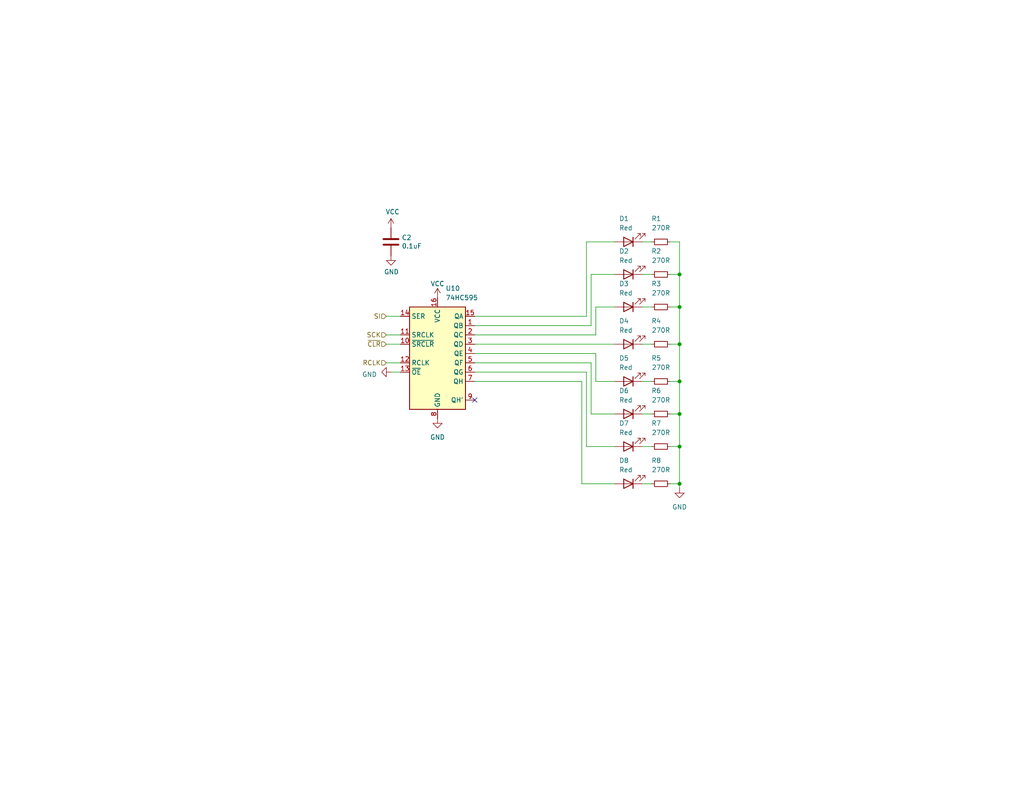
<source format=kicad_sch>
(kicad_sch (version 20250114) (generator "eeschema") (generator_version "9.0")
  (paper "USLetter")
  (title_block (date "2023-11-27") (rev "A"))
  (lib_symbols
    (symbol "Device:C" (pin_numbers (hide yes)) (pin_names (offset 0.254))
      (property "Reference" "C" (at 0.635 2.54 0))
      (property "Value" "C" (at 0.635 -2.54 0))
      (symbol "C_0_1"
        (polyline (pts (xy -2.032 0.762) (xy 2.032 0.762)) (stroke (width 0.508)))
        (polyline (pts (xy -2.032 -0.762) (xy 2.032 -0.762)) (stroke (width 0.508)))
      )
      (symbol "C_1_1"
        (pin passive line (at 0 3.81 270) (length 2.794) (name "~") (number "1"))
        (pin passive line (at 0 -3.81 90) (length 2.794) (name "~") (number "2"))
      )
    )
    (symbol "Device:LED" (pin_numbers (hide yes)) (pin_names (offset 1.016) (hide yes))
      (property "Reference" "D" (at 0 2.54 0))
      (property "Value" "LED" (at 0 -2.54 0))
      (symbol "LED_0_1"
        (polyline (pts (xy -3.048 -0.762) (xy -4.572 -2.286) (xy -3.81 -2.286) (xy -4.572 -2.286) (xy -4.572 -1.524)))
        (polyline (pts (xy -1.778 -0.762) (xy -3.302 -2.286) (xy -2.54 -2.286) (xy -3.302 -2.286) (xy -3.302 -1.524)))
        (polyline (pts (xy -1.27 0) (xy 1.27 0)))
        (polyline (pts (xy -1.27 -1.27) (xy -1.27 1.27)) (stroke (width 0.254)))
        (polyline (pts (xy 1.27 -1.27) (xy 1.27 1.27) (xy -1.27 0) (xy 1.27 -1.27)) (stroke (width 0.254)))
      )
      (symbol "LED_1_1"
        (pin passive line (at -3.81 0 0) (length 2.54) (name "K") (number "1"))
        (pin passive line (at 3.81 0 180) (length 2.54) (name "A") (number "2"))
      )
    )
    (symbol "Device:R_Small" (pin_numbers (hide yes)) (pin_names (offset 0.254) (hide yes))
      (property "Reference" "R" (at 0.762 0.508 0))
      (property "Value" "R_Small" (at 0.762 -1.016 0))
      (symbol "R_Small_0_1"
        (rectangle (start -0.762 1.778) (end 0.762 -1.778) (stroke (width 0.2032)))
      )
      (symbol "R_Small_1_1"
        (pin passive line (at 0 2.54 270) (length 0.762) (name "~") (number "1"))
        (pin passive line (at 0 -2.54 90) (length 0.762) (name "~") (number "2"))
      )
    )
    (symbol "Turtle16:74HC595"
      (property "Reference" "U" (at -7.62 13.97 0))
      (property "Value" "74HC595" (at -7.62 -16.51 0))
      (symbol "74HC595_1_0"
        (pin input line (at -10.16 10.16 0) (length 2.54) (name "SER") (number "14"))
        (pin input line (at -10.16 5.08 0) (length 2.54) (name "SRCLK") (number "11"))
        (pin input line (at -10.16 2.54 0) (length 2.54) (name "~{SRCLR}") (number "10"))
        (pin input line (at -10.16 -2.54 0) (length 2.54) (name "RCLK") (number "12"))
        (pin input line (at -10.16 -5.08 0) (length 2.54) (name "~{OE}") (number "13"))
        (pin power_in line (at 0 15.24 270) (length 2.54) (name "VCC") (number "16"))
        (pin power_in line (at 0 -17.78 90) (length 2.54) (name "GND") (number "8"))
        (pin tri_state line (at 10.16 10.16 180) (length 2.54) (name "QA") (number "15"))
        (pin tri_state line (at 10.16 7.62 180) (length 2.54) (name "QB") (number "1"))
        (pin tri_state line (at 10.16 5.08 180) (length 2.54) (name "QC") (number "2"))
        (pin tri_state line (at 10.16 2.54 180) (length 2.54) (name "QD") (number "3"))
        (pin tri_state line (at 10.16 0 180) (length 2.54) (name "QE") (number "4"))
        (pin tri_state line (at 10.16 -2.54 180) (length 2.54) (name "QF") (number "5"))
        (pin tri_state line (at 10.16 -5.08 180) (length 2.54) (name "QG") (number "6"))
        (pin tri_state line (at 10.16 -7.62 180) (length 2.54) (name "QH") (number "7"))
        (pin output line (at 10.16 -12.7 180) (length 2.54) (name "QH'") (number "9"))
      )
      (symbol "74HC595_1_1"
        (rectangle (start -7.62 12.7) (end 7.62 -15.24) (stroke (width 0.254)) (fill (type background)))
      )
    )
    (symbol "power:GND" (power) (pin_names (offset 0))
      (property "Value" "GND" (at 0 -3.81 0))
      (symbol "GND_0_1"
        (polyline (pts (xy 0 0) (xy 0 -1.27) (xy 1.27 -1.27) (xy 0 -2.54) (xy -1.27 -1.27) (xy 0 -1.27)))
      )
      (symbol "GND_1_1"
        (pin power_in line (at 0 0 270) (length 0) (hide yes) (name "GND") (number "1"))
      )
    )
    (symbol "power:VCC" (power) (pin_names (offset 0))
      (property "Value" "VCC" (at 0 3.81 0))
      (symbol "VCC_0_1"
        (polyline (pts (xy -0.762 1.27) (xy 0 2.54)))
        (polyline (pts (xy 0 2.54) (xy 0.762 1.27)))
        (polyline (pts (xy 0 0) (xy 0 2.54)))
      )
      (symbol "VCC_1_1"
        (pin power_in line (at 0 0 90) (length 0) (hide yes) (name "VCC") (number "1"))
      )
    )
  )
  (junction (at 185.42 113.03))
  (junction (at 185.42 74.93))
  (junction (at 185.42 121.92))
  (junction (at 185.42 93.98))
  (junction (at 185.42 104.14))
  (junction (at 185.42 83.82))
  (junction (at 185.42 132.08))
  (no_connect (at 129.54 109.22))
  (wire (pts (xy 160.02 66.04) (xy 160.02 86.36)))
  (wire (pts (xy 185.42 83.82) (xy 185.42 93.98)))
  (wire (pts (xy 105.41 91.44) (xy 109.22 91.44)))
  (wire (pts (xy 182.88 113.03) (xy 185.42 113.03)))
  (wire (pts (xy 185.42 113.03) (xy 185.42 121.92)))
  (wire (pts (xy 185.42 104.14) (xy 185.42 113.03)))
  (wire (pts (xy 175.26 93.98) (xy 177.8 93.98)))
  (wire (pts (xy 161.29 113.03) (xy 167.64 113.03)))
  (wire (pts (xy 162.56 96.52) (xy 162.56 104.14)))
  (wire (pts (xy 175.26 104.14) (xy 177.8 104.14)))
  (wire (pts (xy 161.29 99.06) (xy 161.29 113.03)))
  (wire (pts (xy 182.88 66.04) (xy 185.42 66.04)))
  (wire (pts (xy 158.75 132.08) (xy 167.64 132.08)))
  (wire (pts (xy 160.02 66.04) (xy 167.64 66.04)))
  (wire (pts (xy 106.68 101.6) (xy 109.22 101.6)))
  (wire (pts (xy 160.02 86.36) (xy 129.54 86.36)))
  (wire (pts (xy 129.54 99.06) (xy 161.29 99.06)))
  (wire (pts (xy 105.41 86.36) (xy 109.22 86.36)))
  (wire (pts (xy 160.02 121.92) (xy 167.64 121.92)))
  (wire (pts (xy 185.42 66.04) (xy 185.42 74.93)))
  (wire (pts (xy 182.88 132.08) (xy 185.42 132.08)))
  (wire (pts (xy 105.41 93.98) (xy 109.22 93.98)))
  (wire (pts (xy 167.64 74.93) (xy 161.29 74.93)))
  (wire (pts (xy 129.54 101.6) (xy 160.02 101.6)))
  (wire (pts (xy 185.42 93.98) (xy 185.42 104.14)))
  (wire (pts (xy 175.26 121.92) (xy 177.8 121.92)))
  (wire (pts (xy 160.02 101.6) (xy 160.02 121.92)))
  (wire (pts (xy 105.41 99.06) (xy 109.22 99.06)))
  (wire (pts (xy 167.64 83.82) (xy 162.56 83.82)))
  (wire (pts (xy 175.26 113.03) (xy 177.8 113.03)))
  (wire (pts (xy 175.26 132.08) (xy 177.8 132.08)))
  (wire (pts (xy 162.56 104.14) (xy 167.64 104.14)))
  (wire (pts (xy 182.88 83.82) (xy 185.42 83.82)))
  (wire (pts (xy 129.54 88.9) (xy 161.29 88.9)))
  (wire (pts (xy 185.42 74.93) (xy 185.42 83.82)))
  (wire (pts (xy 129.54 93.98) (xy 167.64 93.98)))
  (wire (pts (xy 182.88 74.93) (xy 185.42 74.93)))
  (wire (pts (xy 129.54 91.44) (xy 162.56 91.44)))
  (wire (pts (xy 129.54 104.14) (xy 158.75 104.14)))
  (wire (pts (xy 175.26 74.93) (xy 177.8 74.93)))
  (wire (pts (xy 158.75 104.14) (xy 158.75 132.08)))
  (wire (pts (xy 185.42 121.92) (xy 185.42 132.08)))
  (wire (pts (xy 162.56 91.44) (xy 162.56 83.82)))
  (wire (pts (xy 129.54 96.52) (xy 162.56 96.52)))
  (wire (pts (xy 182.88 104.14) (xy 185.42 104.14)))
  (wire (pts (xy 175.26 66.04) (xy 177.8 66.04)))
  (wire (pts (xy 161.29 74.93) (xy 161.29 88.9)))
  (wire (pts (xy 182.88 93.98) (xy 185.42 93.98)))
  (wire (pts (xy 175.26 83.82) (xy 177.8 83.82)))
  (wire (pts (xy 182.88 121.92) (xy 185.42 121.92)))
  (wire (pts (xy 185.42 132.08) (xy 185.42 133.35)))
  (hierarchical_label "~{CLR}" (shape input) (at 105.41 93.98 180))
  (hierarchical_label "SCK" (shape input) (at 105.41 91.44 180))
  (hierarchical_label "SI" (shape input) (at 105.41 86.36 180))
  (hierarchical_label "RCLK" (shape input) (at 105.41 99.06 180))
  (symbol (lib_id "Device:LED") (at 171.45 132.08 180) (unit 1)
    (property "Reference" "D8" (at 168.91 125.73 0) (effects (justify right)))
    (property "Value" "Red" (at 168.91 128.27 0) (effects (justify right)))
    (property "Footprint" "LED_SMD:LED_0805_2012Metric" (effects (hide yes)))
    (property "Datasheet" "https://www.mouser.com/datasheet/2/216/ap2012serieskb-1173158.pdf" (effects (hide yes)))
    (property "Manufacturer" "Kingbright" (effects (hide yes)))
    (property "Manufacturer#" "AP2012ID" (effects (hide yes)))
    (property "Mouser#" "604-AP2012ID" (effects (hide yes)))
    (property "Digikey#" "754-AP2012ECCT-ND" (effects (hide yes)))
  )
  (symbol (lib_id "Device:R_Small") (at 180.34 132.08 90) (unit 1)
    (property "Reference" "R8" (at 179.07 125.73 90))
    (property "Value" "270R" (at 180.34 128.27 90))
    (property "Footprint" "Resistor_SMD:R_0603_1608Metric" (effects (hide yes)))
    (property "Datasheet" "https://www.mouser.com/datasheet/2/54/cr-1858361.pdf" (effects (hide yes)))
    (property "Manufacturer" "Bourns" (effects (hide yes)))
    (property "Manufacturer#" "CR0603-FX-2700ELF" (effects (hide yes)))
    (property "Mouser#" "652-CR0603FX-2700ELF" (effects (hide yes)))
    (property "Digikey#" "CR0603-FX-2700ELFCT-ND" (effects (hide yes)))
  )
  (symbol (lib_id "Device:LED") (at 171.45 113.03 180) (unit 1)
    (property "Reference" "D6" (at 168.91 106.68 0) (effects (justify right)))
    (property "Value" "Red" (at 168.91 109.22 0) (effects (justify right)))
    (property "Footprint" "LED_SMD:LED_0805_2012Metric" (effects (hide yes)))
    (property "Datasheet" "https://www.mouser.com/datasheet/2/216/ap2012serieskb-1173158.pdf" (effects (hide yes)))
    (property "Manufacturer" "Kingbright" (effects (hide yes)))
    (property "Manufacturer#" "AP2012ID" (effects (hide yes)))
    (property "Mouser#" "604-AP2012ID" (effects (hide yes)))
    (property "Digikey#" "754-AP2012ECCT-ND" (effects (hide yes)))
  )
  (symbol (lib_id "power:GND") (at 185.42 133.35 0) (unit 1)
    (property "Reference" "#PWR015" (effects (hide yes)))
    (property "Value" "GND" (at 185.42 138.43 0))
  )
  (symbol (lib_id "Device:R_Small") (at 180.34 74.93 90) (unit 1)
    (property "Reference" "R2" (at 179.07 68.58 90))
    (property "Value" "270R" (at 180.34 71.12 90))
    (property "Footprint" "Resistor_SMD:R_0603_1608Metric" (effects (hide yes)))
    (property "Datasheet" "https://www.mouser.com/datasheet/2/54/cr-1858361.pdf" (effects (hide yes)))
    (property "Manufacturer" "Bourns" (effects (hide yes)))
    (property "Manufacturer#" "CR0603-FX-2700ELF" (effects (hide yes)))
    (property "Mouser#" "652-CR0603FX-2700ELF" (effects (hide yes)))
    (property "Digikey#" "CR0603-FX-2700ELFCT-ND" (effects (hide yes)))
  )
  (symbol (lib_id "power:VCC") (at 106.68 62.23 0) (unit 1)
    (property "Reference" "#PWR010" (effects (hide yes)))
    (property "Value" "VCC" (at 107.1118 57.8358 0))
    (instances (project "ProcessorBoardTestFixture" (path "" (reference "#PWR010") (unit 1))) (project "Memory" (path "" (reference "#PWR0381") (unit 1))))
  )
  (symbol (lib_id "Device:R_Small") (at 180.34 93.98 90) (unit 1)
    (property "Reference" "R4" (at 179.07 87.63 90))
    (property "Value" "270R" (at 180.34 90.17 90))
    (property "Footprint" "Resistor_SMD:R_0603_1608Metric" (effects (hide yes)))
    (property "Datasheet" "https://www.mouser.com/datasheet/2/54/cr-1858361.pdf" (effects (hide yes)))
    (property "Manufacturer" "Bourns" (effects (hide yes)))
    (property "Manufacturer#" "CR0603-FX-2700ELF" (effects (hide yes)))
    (property "Mouser#" "652-CR0603FX-2700ELF" (effects (hide yes)))
    (property "Digikey#" "CR0603-FX-2700ELFCT-ND" (effects (hide yes)))
  )
  (symbol (lib_id "Device:R_Small") (at 180.34 66.04 90) (unit 1)
    (property "Reference" "R1" (at 179.07 59.69 90))
    (property "Value" "270R" (at 180.34 62.23 90))
    (property "Footprint" "Resistor_SMD:R_0603_1608Metric" (effects (hide yes)))
    (property "Datasheet" "https://www.mouser.com/datasheet/2/54/cr-1858361.pdf" (effects (hide yes)))
    (property "Manufacturer" "Bourns" (effects (hide yes)))
    (property "Manufacturer#" "CR0603-FX-2700ELF" (effects (hide yes)))
    (property "Mouser#" "652-CR0603FX-2700ELF" (effects (hide yes)))
    (property "Digikey#" "CR0603-FX-2700ELFCT-ND" (effects (hide yes)))
  )
  (symbol (lib_id "Device:LED") (at 171.45 93.98 180) (unit 1)
    (property "Reference" "D4" (at 168.91 87.63 0) (effects (justify right)))
    (property "Value" "Red" (at 168.91 90.17 0) (effects (justify right)))
    (property "Footprint" "LED_SMD:LED_0805_2012Metric" (effects (hide yes)))
    (property "Datasheet" "https://www.mouser.com/datasheet/2/216/ap2012serieskb-1173158.pdf" (effects (hide yes)))
    (property "Manufacturer" "Kingbright" (effects (hide yes)))
    (property "Manufacturer#" "AP2012ID" (effects (hide yes)))
    (property "Mouser#" "604-AP2012ID" (effects (hide yes)))
    (property "Digikey#" "754-AP2012ECCT-ND" (effects (hide yes)))
  )
  (symbol (lib_id "Device:LED") (at 171.45 104.14 180) (unit 1)
    (property "Reference" "D5" (at 168.91 97.79 0) (effects (justify right)))
    (property "Value" "Red" (at 168.91 100.33 0) (effects (justify right)))
    (property "Footprint" "LED_SMD:LED_0805_2012Metric" (effects (hide yes)))
    (property "Datasheet" "https://www.mouser.com/datasheet/2/216/ap2012serieskb-1173158.pdf" (effects (hide yes)))
    (property "Manufacturer" "Kingbright" (effects (hide yes)))
    (property "Manufacturer#" "AP2012ID" (effects (hide yes)))
    (property "Mouser#" "604-AP2012ID" (effects (hide yes)))
    (property "Digikey#" "754-AP2012ECCT-ND" (effects (hide yes)))
  )
  (symbol (lib_id "Device:LED") (at 171.45 74.93 180) (unit 1)
    (property "Reference" "D2" (at 168.91 68.58 0) (effects (justify right)))
    (property "Value" "Red" (at 168.91 71.12 0) (effects (justify right)))
    (property "Footprint" "LED_SMD:LED_0805_2012Metric" (effects (hide yes)))
    (property "Datasheet" "https://www.mouser.com/datasheet/2/216/ap2012serieskb-1173158.pdf" (effects (hide yes)))
    (property "Manufacturer" "Kingbright" (effects (hide yes)))
    (property "Manufacturer#" "AP2012ID" (effects (hide yes)))
    (property "Mouser#" "604-AP2012ID" (effects (hide yes)))
    (property "Digikey#" "754-AP2012ECCT-ND" (effects (hide yes)))
  )
  (symbol (lib_id "Device:R_Small") (at 180.34 83.82 90) (unit 1)
    (property "Reference" "R3" (at 179.07 77.47 90))
    (property "Value" "270R" (at 180.34 80.01 90))
    (property "Footprint" "Resistor_SMD:R_0603_1608Metric" (effects (hide yes)))
    (property "Datasheet" "https://www.mouser.com/datasheet/2/54/cr-1858361.pdf" (effects (hide yes)))
    (property "Manufacturer" "Bourns" (effects (hide yes)))
    (property "Manufacturer#" "CR0603-FX-2700ELF" (effects (hide yes)))
    (property "Mouser#" "652-CR0603FX-2700ELF" (effects (hide yes)))
    (property "Digikey#" "CR0603-FX-2700ELFCT-ND" (effects (hide yes)))
  )
  (symbol (lib_id "Device:LED") (at 171.45 121.92 180) (unit 1)
    (property "Reference" "D7" (at 168.91 115.57 0) (effects (justify right)))
    (property "Value" "Red" (at 168.91 118.11 0) (effects (justify right)))
    (property "Footprint" "LED_SMD:LED_0805_2012Metric" (effects (hide yes)))
    (property "Datasheet" "https://www.mouser.com/datasheet/2/216/ap2012serieskb-1173158.pdf" (effects (hide yes)))
    (property "Manufacturer" "Kingbright" (effects (hide yes)))
    (property "Manufacturer#" "AP2012ID" (effects (hide yes)))
    (property "Mouser#" "604-AP2012ID" (effects (hide yes)))
    (property "Digikey#" "754-AP2012ECCT-ND" (effects (hide yes)))
  )
  (symbol (lib_id "Device:R_Small") (at 180.34 113.03 90) (unit 1)
    (property "Reference" "R6" (at 179.07 106.68 90))
    (property "Value" "270R" (at 180.34 109.22 90))
    (property "Footprint" "Resistor_SMD:R_0603_1608Metric" (effects (hide yes)))
    (property "Datasheet" "https://www.mouser.com/datasheet/2/54/cr-1858361.pdf" (effects (hide yes)))
    (property "Manufacturer" "Bourns" (effects (hide yes)))
    (property "Manufacturer#" "CR0603-FX-2700ELF" (effects (hide yes)))
    (property "Mouser#" "652-CR0603FX-2700ELF" (effects (hide yes)))
    (property "Digikey#" "CR0603-FX-2700ELFCT-ND" (effects (hide yes)))
  )
  (symbol (lib_id "power:GND") (at 119.38 114.3 0) (unit 1)
    (property "Reference" "#PWR014" (effects (hide yes)))
    (property "Value" "GND" (at 119.38 119.38 0))
  )
  (symbol (lib_id "power:VCC") (at 119.38 81.28 0) (unit 1)
    (property "Reference" "#PWR013" (effects (hide yes)))
    (property "Value" "VCC" (at 119.38 77.47 0))
  )
  (symbol (lib_id "Device:C") (at 106.68 66.04 0) (unit 1)
    (property "Reference" "C2" (at 109.601 64.8716 0) (effects (justify left)))
    (property "Value" "0.1uF" (at 109.601 67.183 0) (effects (justify left)))
    (property "Footprint" "Capacitor_SMD:C_0603_1608Metric" (effects (hide yes)))
    (property "Datasheet" "https://www.mouser.com/datasheet/2/396/taiyo_yuden_12132018_mlcc11_hq_e-1510082.pdf" (effects (hide yes)))
    (property "Manufacturer" "Taiyo Yuden" (effects (hide yes)))
    (property "Manufacturer#" "EMK107B7104KAHT" (effects (hide yes)))
    (property "Mouser#" "963-EMK107B7104KAHT" (effects (hide yes)))
    (property "Digikey#" "587-6004-1-ND" (effects (hide yes)))
    (instances (project "ProcessorBoardTestFixture" (path "" (reference "C2") (unit 1))) (project "Memory" (path "" (reference "C65") (unit 1))))
  )
  (symbol (lib_id "Device:LED") (at 171.45 66.04 180) (unit 1)
    (property "Reference" "D1" (at 168.91 59.69 0) (effects (justify right)))
    (property "Value" "Red" (at 168.91 62.23 0) (effects (justify right)))
    (property "Footprint" "LED_SMD:LED_0805_2012Metric" (effects (hide yes)))
    (property "Datasheet" "https://www.mouser.com/datasheet/2/216/ap2012serieskb-1173158.pdf" (effects (hide yes)))
    (property "Manufacturer" "Kingbright" (effects (hide yes)))
    (property "Manufacturer#" "AP2012ID" (effects (hide yes)))
    (property "Mouser#" "604-AP2012ID" (effects (hide yes)))
    (property "Digikey#" "754-AP2012ECCT-ND" (effects (hide yes)))
  )
  (symbol (lib_id "Turtle16:74HC595") (at 119.38 96.52 0) (unit 1)
    (property "Reference" "U10" (at 121.5741 78.74 0) (effects (justify left)))
    (property "Value" "74HC595" (at 121.5741 81.28 0) (effects (justify left)))
    (property "Footprint" "Package_SO:TSSOP-16_4.4x5mm_P0.65mm" (effects (hide yes)))
    (property "Datasheet" "https://www.mouser.com/datasheet/2/916/74HC_HCT595_Q100-2937391.pdf" (effects (hide yes)))
    (property "Manufacturer" "Nexperia" (effects (hide yes)))
    (property "Manufacturer#" "74HC595PW-Q100,118" (effects (hide yes)))
    (property "Mouser#" "771-74HC595PW-Q100" (effects (hide yes)))
    (property "Digikey#" "1727-1012-1-ND" (effects (hide yes)))
  )
  (symbol (lib_id "power:GND") (at 106.68 101.6 270) (unit 1)
    (property "Reference" "#PWR012" (effects (hide yes)))
    (property "Value" "GND" (at 102.87 102.235 90) (effects (justify right)))
  )
  (symbol (lib_id "power:GND") (at 106.68 69.85 0) (unit 1)
    (property "Reference" "#PWR011" (effects (hide yes)))
    (property "Value" "GND" (at 106.807 74.2442 0))
    (instances (project "ProcessorBoardTestFixture" (path "" (reference "#PWR011") (unit 1))) (project "Memory" (path "" (reference "#PWR0382") (unit 1))))
  )
  (symbol (lib_id "Device:R_Small") (at 180.34 104.14 90) (unit 1)
    (property "Reference" "R5" (at 179.07 97.79 90))
    (property "Value" "270R" (at 180.34 100.33 90))
    (property "Footprint" "Resistor_SMD:R_0603_1608Metric" (effects (hide yes)))
    (property "Datasheet" "https://www.mouser.com/datasheet/2/54/cr-1858361.pdf" (effects (hide yes)))
    (property "Manufacturer" "Bourns" (effects (hide yes)))
    (property "Manufacturer#" "CR0603-FX-2700ELF" (effects (hide yes)))
    (property "Mouser#" "652-CR0603FX-2700ELF" (effects (hide yes)))
    (property "Digikey#" "CR0603-FX-2700ELFCT-ND" (effects (hide yes)))
  )
  (symbol (lib_id "Device:LED") (at 171.45 83.82 180) (unit 1)
    (property "Reference" "D3" (at 168.91 77.47 0) (effects (justify right)))
    (property "Value" "Red" (at 168.91 80.01 0) (effects (justify right)))
    (property "Footprint" "LED_SMD:LED_0805_2012Metric" (effects (hide yes)))
    (property "Datasheet" "https://www.mouser.com/datasheet/2/216/ap2012serieskb-1173158.pdf" (effects (hide yes)))
    (property "Manufacturer" "Kingbright" (effects (hide yes)))
    (property "Manufacturer#" "AP2012ID" (effects (hide yes)))
    (property "Mouser#" "604-AP2012ID" (effects (hide yes)))
    (property "Digikey#" "754-AP2012ECCT-ND" (effects (hide yes)))
  )
  (symbol (lib_id "Device:R_Small") (at 180.34 121.92 90) (unit 1)
    (property "Reference" "R7" (at 179.07 115.57 90))
    (property "Value" "270R" (at 180.34 118.11 90))
    (property "Footprint" "Resistor_SMD:R_0603_1608Metric" (effects (hide yes)))
    (property "Datasheet" "https://www.mouser.com/datasheet/2/54/cr-1858361.pdf" (effects (hide yes)))
    (property "Manufacturer" "Bourns" (effects (hide yes)))
    (property "Manufacturer#" "CR0603-FX-2700ELF" (effects (hide yes)))
    (property "Mouser#" "652-CR0603FX-2700ELF" (effects (hide yes)))
    (property "Digikey#" "CR0603-FX-2700ELFCT-ND" (effects (hide yes)))
  )
)
</source>
